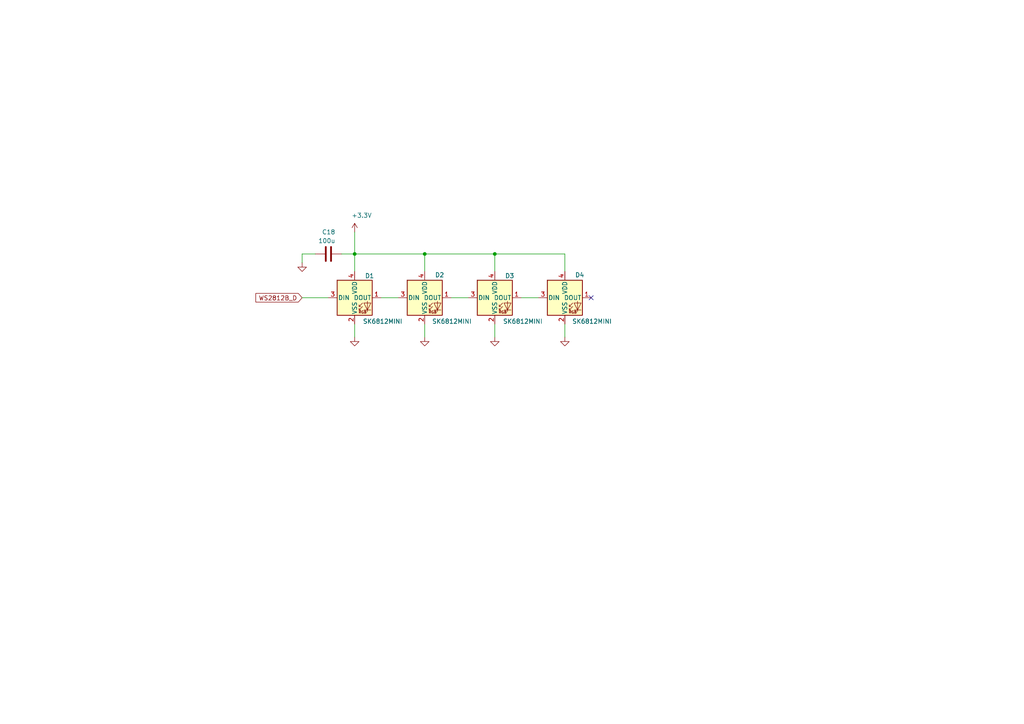
<source format=kicad_sch>
(kicad_sch (version 20231120) (generator "eeschema") (generator_version "8.0")
  (paper "A4")
  (lib_symbols
    (symbol "Device:C" (pin_numbers hide) (pin_names (offset 0.254))
      (property "Reference" "C" (at 0.635 2.54 0))
      (property "Value" "C" (at 0.635 -2.54 0))
      (symbol "C_0_1"
        (polyline (pts (xy -2.032 -0.762) (xy 2.032 -0.762)) (stroke (width 0.508)))
        (polyline (pts (xy -2.032 0.762) (xy 2.032 0.762)) (stroke (width 0.508)))
      )
      (symbol "C_1_1"
        (pin passive line (at 0 3.81 270) (length 2.794) (name "~") (number "1"))
        (pin passive line (at 0 -3.81 90) (length 2.794) (name "~") (number "2"))
      )
    )
    (symbol "LED:SK6812MINI" (pin_names (offset 0.254))
      (property "Reference" "D" (at 5.08 5.715 0))
      (property "Value" "SK6812MINI" (at 1.27 -5.715 0))
      (symbol "SK6812MINI_0_0"
        (text "RGB" (at 2.286 -4.191 0) (effects (font (size 0.762 0.762))))
      )
      (symbol "SK6812MINI_0_1"
        (polyline (pts (xy 1.27 -3.556) (xy 1.778 -3.556)))
        (polyline (pts (xy 1.27 -2.54) (xy 1.778 -2.54)))
        (polyline (pts (xy 4.699 -3.556) (xy 2.667 -3.556)))
        (polyline (pts (xy 2.286 -2.54) (xy 1.27 -3.556) (xy 1.27 -3.048)))
        (polyline (pts (xy 2.286 -1.524) (xy 1.27 -2.54) (xy 1.27 -2.032)))
        (polyline (pts (xy 3.683 -1.016) (xy 3.683 -3.556) (xy 3.683 -4.064)))
        (polyline (pts (xy 4.699 -1.524) (xy 2.667 -1.524) (xy 3.683 -3.556) (xy 4.699 -1.524)))
        (rectangle (start 5.08 5.08) (end -5.08 -5.08) (stroke (width 0.254)) (fill (type background)))
      )
      (symbol "SK6812MINI_1_1"
        (pin output line (at 7.62 0 180) (length 2.54) (name "DOUT") (number "1"))
        (pin power_in line (at 0 -7.62 90) (length 2.54) (name "VSS") (number "2"))
        (pin input line (at -7.62 0 0) (length 2.54) (name "DIN") (number "3"))
        (pin power_in line (at 0 7.62 270) (length 2.54) (name "VDD") (number "4"))
      )
    )
    (symbol "power:+3.3V" (power) (pin_numbers hide) (pin_names (offset 0) hide)
      (property "Value" "+3.3V" (at 0 3.556 0))
      (symbol "+3.3V_0_1"
        (polyline (pts (xy -0.762 1.27) (xy 0 2.54)))
        (polyline (pts (xy 0 0) (xy 0 2.54)))
        (polyline (pts (xy 0 2.54) (xy 0.762 1.27)))
      )
      (symbol "+3.3V_1_1"
        (pin power_in line (at 0 0 90) (length 0) (name "~") (number "1"))
      )
    )
    (symbol "power:GND" (power) (pin_numbers hide) (pin_names (offset 0) hide)
      (property "Value" "GND" (at 0 -3.81 0))
      (symbol "GND_0_1"
        (polyline (pts (xy 0 0) (xy 0 -1.27) (xy 1.27 -1.27) (xy 0 -2.54) (xy -1.27 -1.27) (xy 0 -1.27)))
      )
      (symbol "GND_1_1"
        (pin power_in line (at 0 0 270) (length 0) (name "~") (number "1"))
      )
    )
  )
  (junction (at 123.19 73.66))
  (junction (at 143.51 73.66))
  (junction (at 102.87 73.66))
  (no_connect (at 171.45 86.36))
  (wire (pts (xy 110.49 86.36) (xy 115.57 86.36)))
  (wire (pts (xy 102.87 73.66) (xy 102.87 67.31)))
  (wire (pts (xy 99.06 73.66) (xy 102.87 73.66)))
  (wire (pts (xy 87.63 73.66) (xy 87.63 76.2)))
  (wire (pts (xy 102.87 73.66) (xy 102.87 78.74)))
  (wire (pts (xy 151.13 86.36) (xy 156.21 86.36)))
  (wire (pts (xy 123.19 73.66) (xy 143.51 73.66)))
  (wire (pts (xy 91.44 73.66) (xy 87.63 73.66)))
  (wire (pts (xy 143.51 73.66) (xy 163.83 73.66)))
  (wire (pts (xy 163.83 93.98) (xy 163.83 97.79)))
  (wire (pts (xy 130.81 86.36) (xy 135.89 86.36)))
  (wire (pts (xy 163.83 73.66) (xy 163.83 78.74)))
  (wire (pts (xy 123.19 73.66) (xy 123.19 78.74)))
  (wire (pts (xy 87.63 86.36) (xy 95.25 86.36)))
  (wire (pts (xy 143.51 93.98) (xy 143.51 97.79)))
  (wire (pts (xy 123.19 93.98) (xy 123.19 97.79)))
  (wire (pts (xy 102.87 73.66) (xy 123.19 73.66)))
  (wire (pts (xy 143.51 73.66) (xy 143.51 78.74)))
  (wire (pts (xy 102.87 93.98) (xy 102.87 97.79)))
  (global_label "WS2812B_D" (shape input) (at 87.63 86.36 180) (property "Intersheetrefs" "${INTERSHEET_REFS}" (effects (hide yes))))
  (symbol (lib_id "LED:SK6812MINI") (at 102.87 86.36 0) (unit 1)
    (property "Reference" "D1" (at 107.188 80.01 0))
    (property "Value" "SK6812MINI" (at 110.998 93.218 0))
    (property "Footprint" "LED_SMD:LED_SK6812MINI_PLCC4_3.5x3.5mm_P1.75mm" (effects (hide yes)))
    (property "Datasheet" "https://cdn-shop.adafruit.com/product-files/2686/SK6812MINI_REV.01-1-2.pdf" (effects (hide yes)))
    (property "Description" "RGB LED with integrated controller" (effects (hide yes)))
  )
  (symbol (lib_id "power:GND") (at 123.19 97.79 0) (unit 1)
    (property "Reference" "#PWR030" (effects (hide yes)))
    (property "Value" "GND" (effects (hide yes)))
    (property "Description" "Power symbol creates a global label with name \"GND\" , ground" (effects (hide yes)))
  )
  (symbol (lib_id "power:GND") (at 102.87 97.79 0) (unit 1)
    (property "Reference" "#PWR028" (effects (hide yes)))
    (property "Value" "GND" (effects (hide yes)))
    (property "Description" "Power symbol creates a global label with name \"GND\" , ground" (effects (hide yes)))
  )
  (symbol (lib_id "power:GND") (at 143.51 97.79 0) (unit 1)
    (property "Reference" "#PWR032" (effects (hide yes)))
    (property "Value" "GND" (effects (hide yes)))
    (property "Description" "Power symbol creates a global label with name \"GND\" , ground" (effects (hide yes)))
  )
  (symbol (lib_id "power:GND") (at 163.83 97.79 0) (unit 1)
    (property "Reference" "#PWR034" (effects (hide yes)))
    (property "Value" "GND" (effects (hide yes)))
    (property "Description" "Power symbol creates a global label with name \"GND\" , ground" (effects (hide yes)))
  )
  (symbol (lib_id "LED:SK6812MINI") (at 143.51 86.36 0) (unit 1)
    (property "Reference" "D3" (at 147.828 80.01 0))
    (property "Value" "SK6812MINI" (at 151.638 93.218 0))
    (property "Footprint" "LED_SMD:LED_SK6812MINI_PLCC4_3.5x3.5mm_P1.75mm" (effects (hide yes)))
    (property "Datasheet" "https://cdn-shop.adafruit.com/product-files/2686/SK6812MINI_REV.01-1-2.pdf" (effects (hide yes)))
    (property "Description" "RGB LED with integrated controller" (effects (hide yes)))
  )
  (symbol (lib_id "LED:SK6812MINI") (at 123.19 86.36 0) (unit 1)
    (property "Reference" "D2" (at 127.508 79.756 0))
    (property "Value" "SK6812MINI" (at 131.064 93.218 0))
    (property "Footprint" "LED_SMD:LED_SK6812MINI_PLCC4_3.5x3.5mm_P1.75mm" (effects (hide yes)))
    (property "Datasheet" "https://cdn-shop.adafruit.com/product-files/2686/SK6812MINI_REV.01-1-2.pdf" (effects (hide yes)))
    (property "Description" "RGB LED with integrated controller" (effects (hide yes)))
  )
  (symbol (lib_id "Device:C") (at 95.25 73.66 90) (unit 1)
    (property "Reference" "C18" (at 97.282 67.31 90) (effects (justify left)))
    (property "Value" "100u" (at 97.282 69.85 90) (effects (justify left)))
    (property "Description" "Unpolarized capacitor" (effects (hide yes)))
  )
  (symbol (lib_id "power:+3.3V") (at 102.87 67.31 0) (unit 1)
    (property "Reference" "#PWR027" (effects (hide yes)))
    (property "Value" "+3.3V" (at 104.902 62.484 0))
    (property "Description" "Power symbol creates a global label with name \"+3.3V\"" (effects (hide yes)))
  )
  (symbol (lib_id "LED:SK6812MINI") (at 163.83 86.36 0) (unit 1)
    (property "Reference" "D4" (at 168.148 79.756 0))
    (property "Value" "SK6812MINI" (at 171.704 93.218 0))
    (property "Footprint" "LED_SMD:LED_SK6812MINI_PLCC4_3.5x3.5mm_P1.75mm" (effects (hide yes)))
    (property "Datasheet" "https://cdn-shop.adafruit.com/product-files/2686/SK6812MINI_REV.01-1-2.pdf" (effects (hide yes)))
    (property "Description" "RGB LED with integrated controller" (effects (hide yes)))
  )
  (symbol (lib_id "power:GND") (at 87.63 76.2 0) (unit 1)
    (property "Reference" "#PWR029" (effects (hide yes)))
    (property "Value" "GND" (effects (hide yes)))
    (property "Description" "Power symbol creates a global label with name \"GND\" , ground" (effects (hide yes)))
  )
)
</source>
